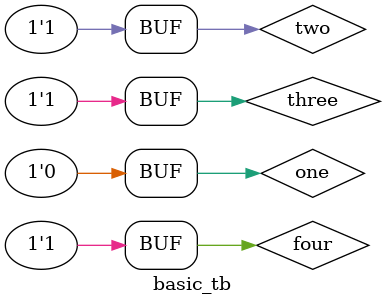
<source format=v>
module basic(one,two,three,four,eight);
input one,two,three,four;
output eight;
wire five,six,seven,nine;
or g1(five,two,three,four);
and g2(six,one,two,five);
not g3(seven,five);
nor g4(eight,six,seven);

or g5(nine,eight,1'b1);
endmodule


module basic_tb();
reg one,two,three,four;
wire eight;
basic uut(one,two,three,four,eight);
initial begin

one=1'b1; two=1'b1; three=1'b0; four=1'b0; #10;
one=1'b1; two=1'b1; three=1'b0; four=1'b1; #10;

one=1'b1; two=1'b1; three=1'b1; four=1'b0; #10;
one=1'b1; two=1'b1; three=1'b1; four=1'b1; #10;
one=1'b0; two=1'b1; three=1'b1; four=1'b1; #10;

end
endmodule


</source>
